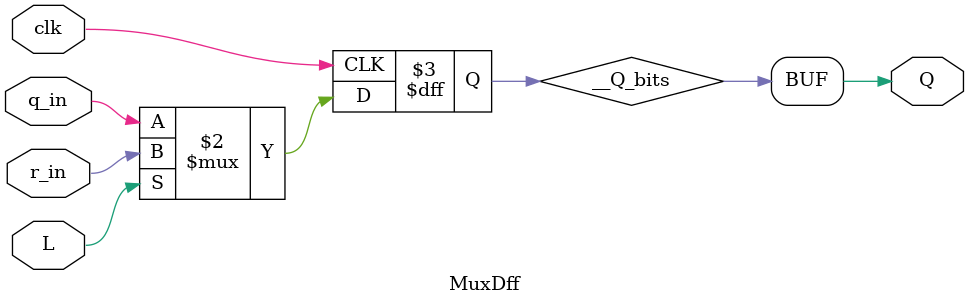
<source format=sv>
module MuxDff(
  input  wire clk,
              L,
              r_in,
              q_in,
  output wire Q
);

  // Variables for output ports
  logic __Q_bits;

  // @seq update_q():
  always @(posedge clk)
    __Q_bits <= L ? r_in : q_in;

  assign Q = __Q_bits;
endmodule

</source>
